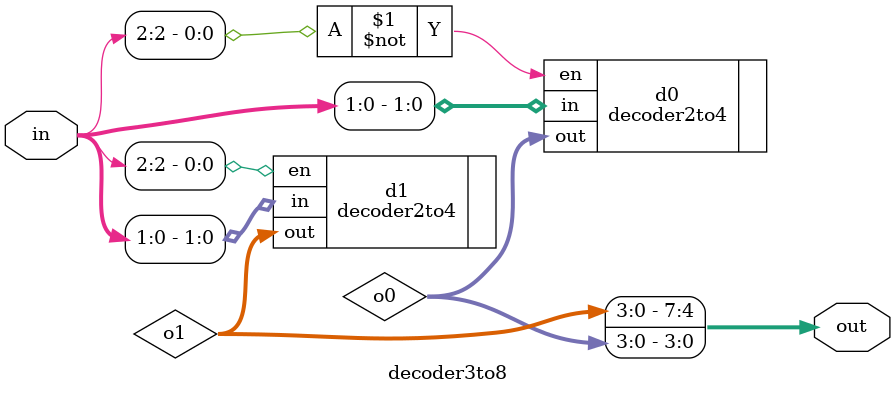
<source format=v>
`timescale 1ns / 1ps


module decoder3to8(
    input [2:0] in,
    output [7:0] out
    );
    
    wire [3:0] o0, o1;
    
    decoder2to4 d0(.en(~in[2]), .in(in[1:0]), .out(o0));
    decoder2to4 d1(.en(in[2]), .in(in[1:0]), .out(o1));

    assign out = {o1, o0};
endmodule

</source>
